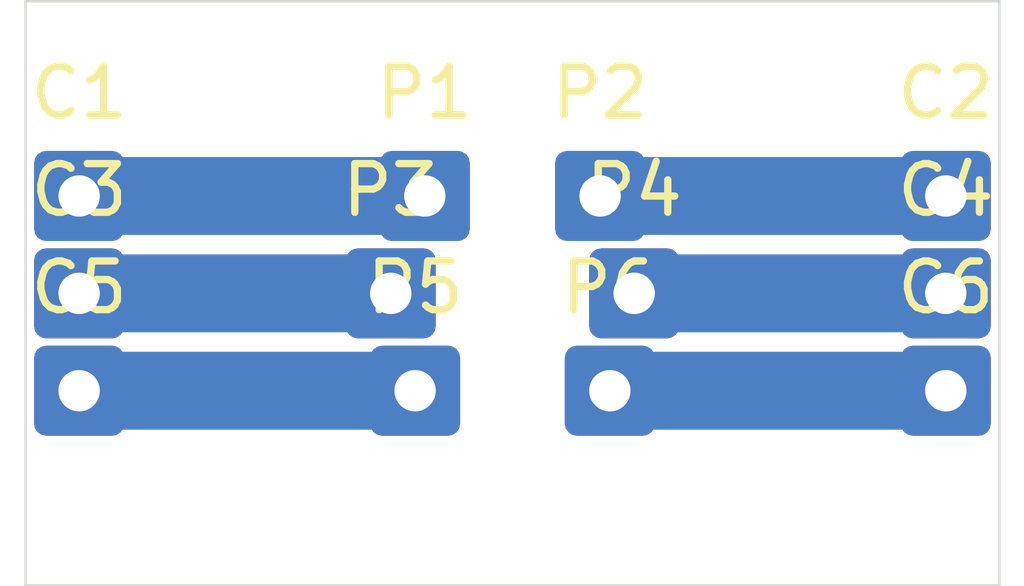
<source format=kicad_pcb>
(kicad_pcb (version 20171130) (host pcbnew 5.1.12-84ad8e8a86~92~ubuntu20.04.1)

  (general
    (thickness 1.6)
    (drawings 4)
    (tracks 6)
    (zones 0)
    (modules 12)
    (nets 7)
  )

  (page A4)
  (layers
    (0 F.Cu signal)
    (31 B.Cu signal)
    (32 B.Adhes user)
    (33 F.Adhes user)
    (34 B.Paste user)
    (35 F.Paste user)
    (36 B.SilkS user)
    (37 F.SilkS user)
    (38 B.Mask user)
    (39 F.Mask user)
    (40 Dwgs.User user)
    (41 Cmts.User user)
    (42 Eco1.User user)
    (43 Eco2.User user)
    (44 Edge.Cuts user)
    (45 Margin user)
    (46 B.CrtYd user)
    (47 F.CrtYd user)
    (48 B.Fab user)
    (49 F.Fab user)
  )

  (setup
    (last_trace_width 1.6)
    (user_trace_width 1.6)
    (user_trace_width 1.8)
    (user_trace_width 2)
    (trace_clearance 0.2)
    (zone_clearance 0.508)
    (zone_45_only no)
    (trace_min 0.2)
    (via_size 0.8)
    (via_drill 0.4)
    (via_min_size 0.4)
    (via_min_drill 0.3)
    (uvia_size 0.3)
    (uvia_drill 0.1)
    (uvias_allowed no)
    (uvia_min_size 0.2)
    (uvia_min_drill 0.1)
    (edge_width 0.05)
    (segment_width 0.2)
    (pcb_text_width 0.3)
    (pcb_text_size 1.5 1.5)
    (mod_edge_width 0.12)
    (mod_text_size 1 1)
    (mod_text_width 0.15)
    (pad_size 1.524 1.524)
    (pad_drill 0.762)
    (pad_to_mask_clearance 0)
    (aux_axis_origin 0 0)
    (grid_origin 100 100)
    (visible_elements FFFFFF7F)
    (pcbplotparams
      (layerselection 0x010fc_ffffffff)
      (usegerberextensions false)
      (usegerberattributes true)
      (usegerberadvancedattributes true)
      (creategerberjobfile true)
      (excludeedgelayer true)
      (linewidth 0.100000)
      (plotframeref false)
      (viasonmask false)
      (mode 1)
      (useauxorigin false)
      (hpglpennumber 1)
      (hpglpenspeed 20)
      (hpglpendiameter 15.000000)
      (psnegative false)
      (psa4output false)
      (plotreference true)
      (plotvalue true)
      (plotinvisibletext false)
      (padsonsilk false)
      (subtractmaskfromsilk false)
      (outputformat 1)
      (mirror false)
      (drillshape 1)
      (scaleselection 1)
      (outputdirectory ""))
  )

  (net 0 "")
  (net 1 /DATA)
  (net 2 /RES2)
  (net 3 /GND)
  (net 4 /VCC)
  (net 5 /CLK)
  (net 6 /RES6)

  (net_class Default "This is the default net class."
    (clearance 0.2)
    (trace_width 0.25)
    (via_dia 0.8)
    (via_drill 0.4)
    (uvia_dia 0.3)
    (uvia_drill 0.1)
    (add_net /CLK)
    (add_net /DATA)
    (add_net /GND)
    (add_net /RES2)
    (add_net /RES6)
    (add_net /VCC)
  )

  (module Connector_Wire:SolderWire-0.25sqmm_1x01_D0.65mm_OD1.7mm (layer F.Cu) (tedit 5EB70B43) (tstamp 6275CAC7)
    (at 102 102)
    (descr "Soldered wire connection, for a single 0.25 mm² wire, basic insulation, conductor diameter 0.65mm, outer diameter 1.7mm, size source Multi-Contact FLEXI-E_0.25 (https://ec.staubli.com/AcroFiles/Catalogues/TM_Cab-Main-11014119_(en)_hi.pdf), bend radius 3 times outer diameter, generated with kicad-footprint-generator")
    (tags "connector wire 0.25sqmm")
    (path /62759053)
    (attr virtual)
    (fp_text reference P6 (at 0 -2.12) (layer F.SilkS)
      (effects (font (size 1 1) (thickness 0.15)))
    )
    (fp_text value MountingHole_Pad (at 0 2.12) (layer F.Fab) hide
      (effects (font (size 1 1) (thickness 0.15)))
    )
    (fp_text user %R (at 0 0) (layer F.Fab)
      (effects (font (size 0.42 0.42) (thickness 0.06)))
    )
    (fp_circle (center 0 0) (end 0.85 0) (layer F.Fab) (width 0.1))
    (fp_line (start -1.6 -1.42) (end -1.6 1.42) (layer F.CrtYd) (width 0.05))
    (fp_line (start -1.6 1.42) (end 1.6 1.42) (layer F.CrtYd) (width 0.05))
    (fp_line (start 1.6 1.42) (end 1.6 -1.42) (layer F.CrtYd) (width 0.05))
    (fp_line (start 1.6 -1.42) (end -1.6 -1.42) (layer F.CrtYd) (width 0.05))
    (pad 1 thru_hole roundrect (at 0 0) (size 1.85 1.85) (drill 0.85) (layers *.Cu *.Mask) (roundrect_rratio 0.135135)
      (net 6 /RES6))
    (model ${KISYS3DMOD}/Connector_Wire.3dshapes/SolderWire-0.25sqmm_1x01_D0.65mm_OD1.7mm.wrl
      (at (xyz 0 0 0))
      (scale (xyz 1 1 1))
      (rotate (xyz 0 0 0))
    )
  )

  (module Connector_Wire:SolderWire-0.25sqmm_1x01_D0.65mm_OD1.7mm (layer F.Cu) (tedit 5EB70B43) (tstamp 6275CABC)
    (at 98 102)
    (descr "Soldered wire connection, for a single 0.25 mm² wire, basic insulation, conductor diameter 0.65mm, outer diameter 1.7mm, size source Multi-Contact FLEXI-E_0.25 (https://ec.staubli.com/AcroFiles/Catalogues/TM_Cab-Main-11014119_(en)_hi.pdf), bend radius 3 times outer diameter, generated with kicad-footprint-generator")
    (tags "connector wire 0.25sqmm")
    (path /627580E8)
    (attr virtual)
    (fp_text reference P5 (at 0 -2.12) (layer F.SilkS)
      (effects (font (size 1 1) (thickness 0.15)))
    )
    (fp_text value MountingHole_Pad (at 0 2.12) (layer F.Fab) hide
      (effects (font (size 1 1) (thickness 0.15)))
    )
    (fp_text user %R (at 0 0) (layer F.Fab)
      (effects (font (size 0.42 0.42) (thickness 0.06)))
    )
    (fp_circle (center 0 0) (end 0.85 0) (layer F.Fab) (width 0.1))
    (fp_line (start -1.6 -1.42) (end -1.6 1.42) (layer F.CrtYd) (width 0.05))
    (fp_line (start -1.6 1.42) (end 1.6 1.42) (layer F.CrtYd) (width 0.05))
    (fp_line (start 1.6 1.42) (end 1.6 -1.42) (layer F.CrtYd) (width 0.05))
    (fp_line (start 1.6 -1.42) (end -1.6 -1.42) (layer F.CrtYd) (width 0.05))
    (pad 1 thru_hole roundrect (at 0 0) (size 1.85 1.85) (drill 0.85) (layers *.Cu *.Mask) (roundrect_rratio 0.135135)
      (net 5 /CLK))
    (model ${KISYS3DMOD}/Connector_Wire.3dshapes/SolderWire-0.25sqmm_1x01_D0.65mm_OD1.7mm.wrl
      (at (xyz 0 0 0))
      (scale (xyz 1 1 1))
      (rotate (xyz 0 0 0))
    )
  )

  (module Connector_Wire:SolderWire-0.25sqmm_1x01_D0.65mm_OD1.7mm (layer F.Cu) (tedit 5EB70B43) (tstamp 6275CAB1)
    (at 102.5 100)
    (descr "Soldered wire connection, for a single 0.25 mm² wire, basic insulation, conductor diameter 0.65mm, outer diameter 1.7mm, size source Multi-Contact FLEXI-E_0.25 (https://ec.staubli.com/AcroFiles/Catalogues/TM_Cab-Main-11014119_(en)_hi.pdf), bend radius 3 times outer diameter, generated with kicad-footprint-generator")
    (tags "connector wire 0.25sqmm")
    (path /62758D2B)
    (attr virtual)
    (fp_text reference P4 (at 0 -2.12) (layer F.SilkS)
      (effects (font (size 1 1) (thickness 0.15)))
    )
    (fp_text value MountingHole_Pad (at 0 2.12) (layer F.Fab) hide
      (effects (font (size 1 1) (thickness 0.15)))
    )
    (fp_text user %R (at 0 0) (layer F.Fab)
      (effects (font (size 0.42 0.42) (thickness 0.06)))
    )
    (fp_circle (center 0 0) (end 0.85 0) (layer F.Fab) (width 0.1))
    (fp_line (start -1.6 -1.42) (end -1.6 1.42) (layer F.CrtYd) (width 0.05))
    (fp_line (start -1.6 1.42) (end 1.6 1.42) (layer F.CrtYd) (width 0.05))
    (fp_line (start 1.6 1.42) (end 1.6 -1.42) (layer F.CrtYd) (width 0.05))
    (fp_line (start 1.6 -1.42) (end -1.6 -1.42) (layer F.CrtYd) (width 0.05))
    (pad 1 thru_hole roundrect (at 0 0) (size 1.85 1.85) (drill 0.85) (layers *.Cu *.Mask) (roundrect_rratio 0.135135)
      (net 4 /VCC))
    (model ${KISYS3DMOD}/Connector_Wire.3dshapes/SolderWire-0.25sqmm_1x01_D0.65mm_OD1.7mm.wrl
      (at (xyz 0 0 0))
      (scale (xyz 1 1 1))
      (rotate (xyz 0 0 0))
    )
  )

  (module Connector_Wire:SolderWire-0.25sqmm_1x01_D0.65mm_OD1.7mm (layer F.Cu) (tedit 5EB70B43) (tstamp 6275CAA6)
    (at 97.5 100)
    (descr "Soldered wire connection, for a single 0.25 mm² wire, basic insulation, conductor diameter 0.65mm, outer diameter 1.7mm, size source Multi-Contact FLEXI-E_0.25 (https://ec.staubli.com/AcroFiles/Catalogues/TM_Cab-Main-11014119_(en)_hi.pdf), bend radius 3 times outer diameter, generated with kicad-footprint-generator")
    (tags "connector wire 0.25sqmm")
    (path /627578AE)
    (attr virtual)
    (fp_text reference P3 (at 0 -2.12) (layer F.SilkS)
      (effects (font (size 1 1) (thickness 0.15)))
    )
    (fp_text value MountingHole_Pad (at 0 2.12) (layer F.Fab) hide
      (effects (font (size 1 1) (thickness 0.15)))
    )
    (fp_text user %R (at 0 0) (layer F.Fab) hide
      (effects (font (size 0.42 0.42) (thickness 0.06)))
    )
    (fp_circle (center 0 0) (end 0.85 0) (layer F.Fab) (width 0.1))
    (fp_line (start -1.6 -1.42) (end -1.6 1.42) (layer F.CrtYd) (width 0.05))
    (fp_line (start -1.6 1.42) (end 1.6 1.42) (layer F.CrtYd) (width 0.05))
    (fp_line (start 1.6 1.42) (end 1.6 -1.42) (layer F.CrtYd) (width 0.05))
    (fp_line (start 1.6 -1.42) (end -1.6 -1.42) (layer F.CrtYd) (width 0.05))
    (pad 1 thru_hole roundrect (at 0 0) (size 1.85 1.85) (drill 0.85) (layers *.Cu *.Mask) (roundrect_rratio 0.135135)
      (net 3 /GND))
    (model ${KISYS3DMOD}/Connector_Wire.3dshapes/SolderWire-0.25sqmm_1x01_D0.65mm_OD1.7mm.wrl
      (at (xyz 0 0 0))
      (scale (xyz 1 1 1))
      (rotate (xyz 0 0 0))
    )
  )

  (module Connector_Wire:SolderWire-0.25sqmm_1x01_D0.65mm_OD1.7mm (layer F.Cu) (tedit 5EB70B43) (tstamp 6275CA9B)
    (at 101.8 98)
    (descr "Soldered wire connection, for a single 0.25 mm² wire, basic insulation, conductor diameter 0.65mm, outer diameter 1.7mm, size source Multi-Contact FLEXI-E_0.25 (https://ec.staubli.com/AcroFiles/Catalogues/TM_Cab-Main-11014119_(en)_hi.pdf), bend radius 3 times outer diameter, generated with kicad-footprint-generator")
    (tags "connector wire 0.25sqmm")
    (path /62758AF8)
    (attr virtual)
    (fp_text reference P2 (at 0 -2.12) (layer F.SilkS)
      (effects (font (size 1 1) (thickness 0.15)))
    )
    (fp_text value MountingHole_Pad (at 0 2.12) (layer F.Fab) hide
      (effects (font (size 1 1) (thickness 0.15)))
    )
    (fp_text user %R (at 0 0) (layer F.Fab)
      (effects (font (size 0.42 0.42) (thickness 0.06)))
    )
    (fp_circle (center 0 0) (end 0.85 0) (layer F.Fab) (width 0.1))
    (fp_line (start -1.6 -1.42) (end -1.6 1.42) (layer F.CrtYd) (width 0.05))
    (fp_line (start -1.6 1.42) (end 1.6 1.42) (layer F.CrtYd) (width 0.05))
    (fp_line (start 1.6 1.42) (end 1.6 -1.42) (layer F.CrtYd) (width 0.05))
    (fp_line (start 1.6 -1.42) (end -1.6 -1.42) (layer F.CrtYd) (width 0.05))
    (pad 1 thru_hole roundrect (at 0 0) (size 1.85 1.85) (drill 0.85) (layers *.Cu *.Mask) (roundrect_rratio 0.135135)
      (net 2 /RES2))
    (model ${KISYS3DMOD}/Connector_Wire.3dshapes/SolderWire-0.25sqmm_1x01_D0.65mm_OD1.7mm.wrl
      (at (xyz 0 0 0))
      (scale (xyz 1 1 1))
      (rotate (xyz 0 0 0))
    )
  )

  (module Connector_Wire:SolderWire-0.25sqmm_1x01_D0.65mm_OD1.7mm (layer F.Cu) (tedit 5EB70B43) (tstamp 6275CA90)
    (at 98.2 98)
    (descr "Soldered wire connection, for a single 0.25 mm² wire, basic insulation, conductor diameter 0.65mm, outer diameter 1.7mm, size source Multi-Contact FLEXI-E_0.25 (https://ec.staubli.com/AcroFiles/Catalogues/TM_Cab-Main-11014119_(en)_hi.pdf), bend radius 3 times outer diameter, generated with kicad-footprint-generator")
    (tags "connector wire 0.25sqmm")
    (path /62758668)
    (attr virtual)
    (fp_text reference P1 (at 0 -2.12) (layer F.SilkS)
      (effects (font (size 1 1) (thickness 0.15)))
    )
    (fp_text value MountingHole_Pad (at 0 2.12) (layer F.Fab) hide
      (effects (font (size 1 1) (thickness 0.15)))
    )
    (fp_text user %R (at 0 0) (layer F.Fab)
      (effects (font (size 0.42 0.42) (thickness 0.06)))
    )
    (fp_circle (center 0 0) (end 0.85 0) (layer F.Fab) (width 0.1))
    (fp_line (start -1.6 -1.42) (end -1.6 1.42) (layer F.CrtYd) (width 0.05))
    (fp_line (start -1.6 1.42) (end 1.6 1.42) (layer F.CrtYd) (width 0.05))
    (fp_line (start 1.6 1.42) (end 1.6 -1.42) (layer F.CrtYd) (width 0.05))
    (fp_line (start 1.6 -1.42) (end -1.6 -1.42) (layer F.CrtYd) (width 0.05))
    (pad 1 thru_hole roundrect (at 0 0) (size 1.85 1.85) (drill 0.85) (layers *.Cu *.Mask) (roundrect_rratio 0.135135)
      (net 1 /DATA))
    (model ${KISYS3DMOD}/Connector_Wire.3dshapes/SolderWire-0.25sqmm_1x01_D0.65mm_OD1.7mm.wrl
      (at (xyz 0 0 0))
      (scale (xyz 1 1 1))
      (rotate (xyz 0 0 0))
    )
  )

  (module Connector_Wire:SolderWire-0.25sqmm_1x01_D0.65mm_OD1.7mm (layer F.Cu) (tedit 5EB70B43) (tstamp 6275CA85)
    (at 108.9 102)
    (descr "Soldered wire connection, for a single 0.25 mm² wire, basic insulation, conductor diameter 0.65mm, outer diameter 1.7mm, size source Multi-Contact FLEXI-E_0.25 (https://ec.staubli.com/AcroFiles/Catalogues/TM_Cab-Main-11014119_(en)_hi.pdf), bend radius 3 times outer diameter, generated with kicad-footprint-generator")
    (tags "connector wire 0.25sqmm")
    (path /6275E0EC)
    (attr virtual)
    (fp_text reference C6 (at 0 -2.12) (layer F.SilkS)
      (effects (font (size 1 1) (thickness 0.15)))
    )
    (fp_text value MountingHole_Pad (at 0 2.12) (layer F.Fab) hide
      (effects (font (size 1 1) (thickness 0.15)))
    )
    (fp_text user %R (at 0 0) (layer F.Fab)
      (effects (font (size 0.42 0.42) (thickness 0.06)))
    )
    (fp_circle (center 0 0) (end 0.85 0) (layer F.Fab) (width 0.1))
    (fp_line (start -1.6 -1.42) (end -1.6 1.42) (layer F.CrtYd) (width 0.05))
    (fp_line (start -1.6 1.42) (end 1.6 1.42) (layer F.CrtYd) (width 0.05))
    (fp_line (start 1.6 1.42) (end 1.6 -1.42) (layer F.CrtYd) (width 0.05))
    (fp_line (start 1.6 -1.42) (end -1.6 -1.42) (layer F.CrtYd) (width 0.05))
    (pad 1 thru_hole roundrect (at 0 0) (size 1.85 1.85) (drill 0.85) (layers *.Cu *.Mask) (roundrect_rratio 0.135135)
      (net 6 /RES6))
    (model ${KISYS3DMOD}/Connector_Wire.3dshapes/SolderWire-0.25sqmm_1x01_D0.65mm_OD1.7mm.wrl
      (at (xyz 0 0 0))
      (scale (xyz 1 1 1))
      (rotate (xyz 0 0 0))
    )
  )

  (module Connector_Wire:SolderWire-0.25sqmm_1x01_D0.65mm_OD1.7mm (layer F.Cu) (tedit 5EB70B43) (tstamp 6275CC5E)
    (at 91.1 102)
    (descr "Soldered wire connection, for a single 0.25 mm² wire, basic insulation, conductor diameter 0.65mm, outer diameter 1.7mm, size source Multi-Contact FLEXI-E_0.25 (https://ec.staubli.com/AcroFiles/Catalogues/TM_Cab-Main-11014119_(en)_hi.pdf), bend radius 3 times outer diameter, generated with kicad-footprint-generator")
    (tags "connector wire 0.25sqmm")
    (path /6275C8CA)
    (attr virtual)
    (fp_text reference C5 (at 0 -2.12) (layer F.SilkS)
      (effects (font (size 1 1) (thickness 0.15)))
    )
    (fp_text value MountingHole_Pad (at 1.85 -0.09) (layer F.Fab) hide
      (effects (font (size 1 1) (thickness 0.15)))
    )
    (fp_text user %R (at 0 0) (layer F.Fab)
      (effects (font (size 0.42 0.42) (thickness 0.06)))
    )
    (fp_circle (center 0 0) (end 0.85 0) (layer F.Fab) (width 0.1))
    (fp_line (start -1.6 -1.42) (end -1.6 1.42) (layer F.CrtYd) (width 0.05))
    (fp_line (start -1.6 1.42) (end 1.6 1.42) (layer F.CrtYd) (width 0.05))
    (fp_line (start 1.6 1.42) (end 1.6 -1.42) (layer F.CrtYd) (width 0.05))
    (fp_line (start 1.6 -1.42) (end -1.6 -1.42) (layer F.CrtYd) (width 0.05))
    (pad 1 thru_hole roundrect (at 0 0) (size 1.85 1.85) (drill 0.85) (layers *.Cu *.Mask) (roundrect_rratio 0.135135)
      (net 5 /CLK))
    (model ${KISYS3DMOD}/Connector_Wire.3dshapes/SolderWire-0.25sqmm_1x01_D0.65mm_OD1.7mm.wrl
      (at (xyz 0 0 0))
      (scale (xyz 1 1 1))
      (rotate (xyz 0 0 0))
    )
  )

  (module Connector_Wire:SolderWire-0.25sqmm_1x01_D0.65mm_OD1.7mm (layer F.Cu) (tedit 5EB70B43) (tstamp 6275CA6F)
    (at 108.9 100)
    (descr "Soldered wire connection, for a single 0.25 mm² wire, basic insulation, conductor diameter 0.65mm, outer diameter 1.7mm, size source Multi-Contact FLEXI-E_0.25 (https://ec.staubli.com/AcroFiles/Catalogues/TM_Cab-Main-11014119_(en)_hi.pdf), bend radius 3 times outer diameter, generated with kicad-footprint-generator")
    (tags "connector wire 0.25sqmm")
    (path /6275DD6B)
    (attr virtual)
    (fp_text reference C4 (at 0 -2.12) (layer F.SilkS)
      (effects (font (size 1 1) (thickness 0.15)))
    )
    (fp_text value MountingHole_Pad (at 0 2.12) (layer F.Fab) hide
      (effects (font (size 1 1) (thickness 0.15)))
    )
    (fp_text user %R (at 0 0) (layer F.Fab)
      (effects (font (size 0.42 0.42) (thickness 0.06)))
    )
    (fp_circle (center 0 0) (end 0.85 0) (layer F.Fab) (width 0.1))
    (fp_line (start -1.6 -1.42) (end -1.6 1.42) (layer F.CrtYd) (width 0.05))
    (fp_line (start -1.6 1.42) (end 1.6 1.42) (layer F.CrtYd) (width 0.05))
    (fp_line (start 1.6 1.42) (end 1.6 -1.42) (layer F.CrtYd) (width 0.05))
    (fp_line (start 1.6 -1.42) (end -1.6 -1.42) (layer F.CrtYd) (width 0.05))
    (pad 1 thru_hole roundrect (at 0 0) (size 1.85 1.85) (drill 0.85) (layers *.Cu *.Mask) (roundrect_rratio 0.135135)
      (net 4 /VCC))
    (model ${KISYS3DMOD}/Connector_Wire.3dshapes/SolderWire-0.25sqmm_1x01_D0.65mm_OD1.7mm.wrl
      (at (xyz 0 0 0))
      (scale (xyz 1 1 1))
      (rotate (xyz 0 0 0))
    )
  )

  (module Connector_Wire:SolderWire-0.25sqmm_1x01_D0.65mm_OD1.7mm (layer F.Cu) (tedit 5EB70B43) (tstamp 6275CA64)
    (at 91.1 100)
    (descr "Soldered wire connection, for a single 0.25 mm² wire, basic insulation, conductor diameter 0.65mm, outer diameter 1.7mm, size source Multi-Contact FLEXI-E_0.25 (https://ec.staubli.com/AcroFiles/Catalogues/TM_Cab-Main-11014119_(en)_hi.pdf), bend radius 3 times outer diameter, generated with kicad-footprint-generator")
    (tags "connector wire 0.25sqmm")
    (path /6275CC65)
    (attr virtual)
    (fp_text reference C3 (at 0 -2.12) (layer F.SilkS)
      (effects (font (size 1 1) (thickness 0.15)))
    )
    (fp_text value MountingHole_Pad (at -0.8 -0.5) (layer F.Fab) hide
      (effects (font (size 1 1) (thickness 0.15)))
    )
    (fp_text user %R (at 0 0) (layer F.Fab)
      (effects (font (size 0.42 0.42) (thickness 0.06)))
    )
    (fp_circle (center 0 0) (end 0.85 0) (layer F.Fab) (width 0.1))
    (fp_line (start -1.6 -1.42) (end -1.6 1.42) (layer F.CrtYd) (width 0.05))
    (fp_line (start -1.6 1.42) (end 1.6 1.42) (layer F.CrtYd) (width 0.05))
    (fp_line (start 1.6 1.42) (end 1.6 -1.42) (layer F.CrtYd) (width 0.05))
    (fp_line (start 1.6 -1.42) (end -1.6 -1.42) (layer F.CrtYd) (width 0.05))
    (pad 1 thru_hole roundrect (at 0 0) (size 1.85 1.85) (drill 0.85) (layers *.Cu *.Mask) (roundrect_rratio 0.135135)
      (net 3 /GND))
    (model ${KISYS3DMOD}/Connector_Wire.3dshapes/SolderWire-0.25sqmm_1x01_D0.65mm_OD1.7mm.wrl
      (at (xyz 0 0 0))
      (scale (xyz 1 1 1))
      (rotate (xyz 0 0 0))
    )
  )

  (module Connector_Wire:SolderWire-0.25sqmm_1x01_D0.65mm_OD1.7mm (layer F.Cu) (tedit 5EB70B43) (tstamp 6275CA59)
    (at 108.9 98)
    (descr "Soldered wire connection, for a single 0.25 mm² wire, basic insulation, conductor diameter 0.65mm, outer diameter 1.7mm, size source Multi-Contact FLEXI-E_0.25 (https://ec.staubli.com/AcroFiles/Catalogues/TM_Cab-Main-11014119_(en)_hi.pdf), bend radius 3 times outer diameter, generated with kicad-footprint-generator")
    (tags "connector wire 0.25sqmm")
    (path /6275D791)
    (attr virtual)
    (fp_text reference C2 (at 0 -2.12) (layer F.SilkS)
      (effects (font (size 1 1) (thickness 0.15)))
    )
    (fp_text value MountingHole_Pad (at 0 2.12) (layer F.Fab) hide
      (effects (font (size 1 1) (thickness 0.15)))
    )
    (fp_text user %R (at 0 0) (layer F.Fab)
      (effects (font (size 0.42 0.42) (thickness 0.06)))
    )
    (fp_circle (center 0 0) (end 0.85 0) (layer F.Fab) (width 0.1))
    (fp_line (start -1.6 -1.42) (end -1.6 1.42) (layer F.CrtYd) (width 0.05))
    (fp_line (start -1.6 1.42) (end 1.6 1.42) (layer F.CrtYd) (width 0.05))
    (fp_line (start 1.6 1.42) (end 1.6 -1.42) (layer F.CrtYd) (width 0.05))
    (fp_line (start 1.6 -1.42) (end -1.6 -1.42) (layer F.CrtYd) (width 0.05))
    (pad 1 thru_hole roundrect (at 0 0) (size 1.85 1.85) (drill 0.85) (layers *.Cu *.Mask) (roundrect_rratio 0.135135)
      (net 2 /RES2))
    (model ${KISYS3DMOD}/Connector_Wire.3dshapes/SolderWire-0.25sqmm_1x01_D0.65mm_OD1.7mm.wrl
      (at (xyz 0 0 0))
      (scale (xyz 1 1 1))
      (rotate (xyz 0 0 0))
    )
  )

  (module Connector_Wire:SolderWire-0.25sqmm_1x01_D0.65mm_OD1.7mm (layer F.Cu) (tedit 5EB70B43) (tstamp 6275CA4E)
    (at 91.1 98)
    (descr "Soldered wire connection, for a single 0.25 mm² wire, basic insulation, conductor diameter 0.65mm, outer diameter 1.7mm, size source Multi-Contact FLEXI-E_0.25 (https://ec.staubli.com/AcroFiles/Catalogues/TM_Cab-Main-11014119_(en)_hi.pdf), bend radius 3 times outer diameter, generated with kicad-footprint-generator")
    (tags "connector wire 0.25sqmm")
    (path /6275D234)
    (attr virtual)
    (fp_text reference C1 (at 0 -2.12) (layer F.SilkS)
      (effects (font (size 1 1) (thickness 0.15)))
    )
    (fp_text value MountingHole_Pad (at 0 2.12) (layer F.Fab) hide
      (effects (font (size 1 1) (thickness 0.15)))
    )
    (fp_text user %R (at 0 0) (layer F.Fab)
      (effects (font (size 0.42 0.42) (thickness 0.06)))
    )
    (fp_circle (center 0 0) (end 0.85 0) (layer F.Fab) (width 0.1))
    (fp_line (start -1.6 -1.42) (end -1.6 1.42) (layer F.CrtYd) (width 0.05))
    (fp_line (start -1.6 1.42) (end 1.6 1.42) (layer F.CrtYd) (width 0.05))
    (fp_line (start 1.6 1.42) (end 1.6 -1.42) (layer F.CrtYd) (width 0.05))
    (fp_line (start 1.6 -1.42) (end -1.6 -1.42) (layer F.CrtYd) (width 0.05))
    (pad 1 thru_hole roundrect (at 0 0) (size 1.85 1.85) (drill 0.85) (layers *.Cu *.Mask) (roundrect_rratio 0.135135)
      (net 1 /DATA))
    (model ${KISYS3DMOD}/Connector_Wire.3dshapes/SolderWire-0.25sqmm_1x01_D0.65mm_OD1.7mm.wrl
      (at (xyz 0 0 0))
      (scale (xyz 1 1 1))
      (rotate (xyz 0 0 0))
    )
  )

  (gr_line (start 90 106) (end 90 94) (layer Edge.Cuts) (width 0.05) (tstamp 6275CDFE))
  (gr_line (start 110 106) (end 90 106) (layer Edge.Cuts) (width 0.05))
  (gr_line (start 110 94) (end 110 106) (layer Edge.Cuts) (width 0.05))
  (gr_line (start 90 94) (end 110 94) (layer Edge.Cuts) (width 0.05))

  (segment (start 91.1 98) (end 98.2 98) (width 1.6) (layer B.Cu) (net 1))
  (segment (start 101.8 98) (end 108.9 98) (width 1.6) (layer B.Cu) (net 2))
  (segment (start 97.5 100) (end 91.1 100) (width 1.6) (layer B.Cu) (net 3))
  (segment (start 102.5 100) (end 108.9 100) (width 1.6) (layer B.Cu) (net 4))
  (segment (start 91.1 102) (end 98 102) (width 1.6) (layer B.Cu) (net 5))
  (segment (start 102 102) (end 108.9 102) (width 1.6) (layer B.Cu) (net 6))

)

</source>
